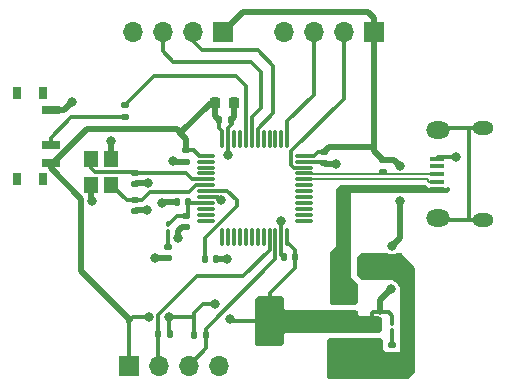
<source format=gbr>
%TF.GenerationSoftware,KiCad,Pcbnew,(6.0.10)*%
%TF.CreationDate,2023-05-01T12:45:21+05:45*%
%TF.ProjectId,arduino,61726475-696e-46f2-9e6b-696361645f70,rev?*%
%TF.SameCoordinates,Original*%
%TF.FileFunction,Copper,L1,Top*%
%TF.FilePolarity,Positive*%
%FSLAX46Y46*%
G04 Gerber Fmt 4.6, Leading zero omitted, Abs format (unit mm)*
G04 Created by KiCad (PCBNEW (6.0.10)) date 2023-05-01 12:45:21*
%MOMM*%
%LPD*%
G01*
G04 APERTURE LIST*
G04 Aperture macros list*
%AMRoundRect*
0 Rectangle with rounded corners*
0 $1 Rounding radius*
0 $2 $3 $4 $5 $6 $7 $8 $9 X,Y pos of 4 corners*
0 Add a 4 corners polygon primitive as box body*
4,1,4,$2,$3,$4,$5,$6,$7,$8,$9,$2,$3,0*
0 Add four circle primitives for the rounded corners*
1,1,$1+$1,$2,$3*
1,1,$1+$1,$4,$5*
1,1,$1+$1,$6,$7*
1,1,$1+$1,$8,$9*
0 Add four rect primitives between the rounded corners*
20,1,$1+$1,$2,$3,$4,$5,0*
20,1,$1+$1,$4,$5,$6,$7,0*
20,1,$1+$1,$6,$7,$8,$9,0*
20,1,$1+$1,$8,$9,$2,$3,0*%
G04 Aperture macros list end*
%TA.AperFunction,SMDPad,CuDef*%
%ADD10RoundRect,0.100000X0.100000X-0.130000X0.100000X0.130000X-0.100000X0.130000X-0.100000X-0.130000X0*%
%TD*%
%TA.AperFunction,SMDPad,CuDef*%
%ADD11R,1.300000X0.450000*%
%TD*%
%TA.AperFunction,ComponentPad*%
%ADD12O,1.800000X1.150000*%
%TD*%
%TA.AperFunction,ComponentPad*%
%ADD13O,2.000000X1.450000*%
%TD*%
%TA.AperFunction,SMDPad,CuDef*%
%ADD14RoundRect,0.135000X0.135000X0.185000X-0.135000X0.185000X-0.135000X-0.185000X0.135000X-0.185000X0*%
%TD*%
%TA.AperFunction,SMDPad,CuDef*%
%ADD15R,1.200000X1.400000*%
%TD*%
%TA.AperFunction,SMDPad,CuDef*%
%ADD16RoundRect,0.140000X-0.170000X0.140000X-0.170000X-0.140000X0.170000X-0.140000X0.170000X0.140000X0*%
%TD*%
%TA.AperFunction,ComponentPad*%
%ADD17R,1.700000X1.700000*%
%TD*%
%TA.AperFunction,ComponentPad*%
%ADD18O,1.700000X1.700000*%
%TD*%
%TA.AperFunction,SMDPad,CuDef*%
%ADD19RoundRect,0.140000X-0.140000X-0.170000X0.140000X-0.170000X0.140000X0.170000X-0.140000X0.170000X0*%
%TD*%
%TA.AperFunction,SMDPad,CuDef*%
%ADD20RoundRect,0.135000X-0.185000X0.135000X-0.185000X-0.135000X0.185000X-0.135000X0.185000X0.135000X0*%
%TD*%
%TA.AperFunction,SMDPad,CuDef*%
%ADD21RoundRect,0.135000X-0.135000X-0.185000X0.135000X-0.185000X0.135000X0.185000X-0.135000X0.185000X0*%
%TD*%
%TA.AperFunction,SMDPad,CuDef*%
%ADD22RoundRect,0.225000X-0.225000X-0.250000X0.225000X-0.250000X0.225000X0.250000X-0.225000X0.250000X0*%
%TD*%
%TA.AperFunction,SMDPad,CuDef*%
%ADD23RoundRect,0.135000X0.185000X-0.135000X0.185000X0.135000X-0.185000X0.135000X-0.185000X-0.135000X0*%
%TD*%
%TA.AperFunction,SMDPad,CuDef*%
%ADD24RoundRect,0.140000X0.140000X0.170000X-0.140000X0.170000X-0.140000X-0.170000X0.140000X-0.170000X0*%
%TD*%
%TA.AperFunction,SMDPad,CuDef*%
%ADD25RoundRect,0.250000X-0.475000X0.250000X-0.475000X-0.250000X0.475000X-0.250000X0.475000X0.250000X0*%
%TD*%
%TA.AperFunction,SMDPad,CuDef*%
%ADD26R,0.800000X1.000000*%
%TD*%
%TA.AperFunction,SMDPad,CuDef*%
%ADD27R,1.500000X0.700000*%
%TD*%
%TA.AperFunction,SMDPad,CuDef*%
%ADD28RoundRect,0.250000X-0.250000X-0.475000X0.250000X-0.475000X0.250000X0.475000X-0.250000X0.475000X0*%
%TD*%
%TA.AperFunction,SMDPad,CuDef*%
%ADD29R,2.000000X1.500000*%
%TD*%
%TA.AperFunction,SMDPad,CuDef*%
%ADD30R,2.000000X3.800000*%
%TD*%
%TA.AperFunction,SMDPad,CuDef*%
%ADD31RoundRect,0.100000X-0.100000X0.130000X-0.100000X-0.130000X0.100000X-0.130000X0.100000X0.130000X0*%
%TD*%
%TA.AperFunction,SMDPad,CuDef*%
%ADD32RoundRect,0.075000X-0.662500X-0.075000X0.662500X-0.075000X0.662500X0.075000X-0.662500X0.075000X0*%
%TD*%
%TA.AperFunction,SMDPad,CuDef*%
%ADD33RoundRect,0.075000X-0.075000X-0.662500X0.075000X-0.662500X0.075000X0.662500X-0.075000X0.662500X0*%
%TD*%
%TA.AperFunction,ViaPad*%
%ADD34C,0.800000*%
%TD*%
%TA.AperFunction,Conductor*%
%ADD35C,0.300000*%
%TD*%
%TA.AperFunction,Conductor*%
%ADD36C,0.500000*%
%TD*%
%TA.AperFunction,Conductor*%
%ADD37C,0.200000*%
%TD*%
G04 APERTURE END LIST*
D10*
%TO.P,D1,1,K*%
%TO.N,/PWR_LED_K*%
X114175000Y-94670000D03*
%TO.P,D1,2,A*%
%TO.N,+3.3V*%
X114175000Y-94000000D03*
%TD*%
D11*
%TO.P,J4,1,VBUS*%
%TO.N,VBUS*%
X118000000Y-82700000D03*
%TO.P,J4,2,D-*%
%TO.N,/USB_D-*%
X118000000Y-82050000D03*
%TO.P,J4,3,D+*%
%TO.N,/USB_D+*%
X118000000Y-81400000D03*
%TO.P,J4,4,ID*%
%TO.N,unconnected-(J4-Pad4)*%
X118000000Y-80750000D03*
%TO.P,J4,5,GND*%
%TO.N,GND*%
X118000000Y-80100000D03*
D12*
%TO.P,J4,6,Shield*%
%TO.N,unconnected-(J4-Pad6)*%
X121850000Y-85275000D03*
D13*
X118050000Y-77675000D03*
D12*
X121850000Y-77525000D03*
D13*
X118050000Y-85125000D03*
%TD*%
D14*
%TO.P,R2,1*%
%TO.N,+3.3V*%
X95400000Y-94975000D03*
%TO.P,R2,2*%
%TO.N,/I2C2_SCL*%
X94380000Y-94975000D03*
%TD*%
D15*
%TO.P,Y1,1,1*%
%TO.N,/HSE_IN*%
X88700000Y-80100000D03*
%TO.P,Y1,2,2*%
%TO.N,GND*%
X88700000Y-82300000D03*
%TO.P,Y1,3,3*%
%TO.N,/HSE_OUT*%
X90400000Y-82300000D03*
%TO.P,Y1,4,4*%
%TO.N,GND*%
X90400000Y-80100000D03*
%TD*%
D16*
%TO.P,C12,1*%
%TO.N,+3.3VA*%
X96750000Y-84930000D03*
%TO.P,C12,2*%
%TO.N,GND*%
X96750000Y-85890000D03*
%TD*%
D17*
%TO.P,J3,1,Pin_1*%
%TO.N,+3.3V*%
X112630000Y-69400000D03*
D18*
%TO.P,J3,2,Pin_2*%
%TO.N,/SWDIO*%
X110090000Y-69400000D03*
%TO.P,J3,3,Pin_3*%
%TO.N,/SWCLK*%
X107550000Y-69400000D03*
%TO.P,J3,4,Pin_4*%
%TO.N,GND*%
X105010000Y-69400000D03*
%TD*%
D16*
%TO.P,C13,1*%
%TO.N,/Ferrite_cap*%
X95200000Y-87540000D03*
%TO.P,C13,2*%
%TO.N,GND*%
X95200000Y-88500000D03*
%TD*%
%TO.P,C6,1*%
%TO.N,+3.3V*%
X96750000Y-79400000D03*
%TO.P,C6,2*%
%TO.N,GND*%
X96750000Y-80360000D03*
%TD*%
D19*
%TO.P,C5,1*%
%TO.N,/NRST*%
X98300000Y-88600000D03*
%TO.P,C5,2*%
%TO.N,GND*%
X99260000Y-88600000D03*
%TD*%
D20*
%TO.P,R5,1*%
%TO.N,+3.3V*%
X113425000Y-80215000D03*
%TO.P,R5,2*%
%TO.N,/USB_D+*%
X113425000Y-81235000D03*
%TD*%
D21*
%TO.P,R3,1*%
%TO.N,+3.3V*%
X97405000Y-94990000D03*
%TO.P,R3,2*%
%TO.N,/I2C2_SDA*%
X98425000Y-94990000D03*
%TD*%
D22*
%TO.P,C4,1*%
%TO.N,+3.3V*%
X99200000Y-75350000D03*
%TO.P,C4,2*%
%TO.N,GND*%
X100750000Y-75350000D03*
%TD*%
D23*
%TO.P,R4,1*%
%TO.N,Net-(R4-Pad1)*%
X91525000Y-76570000D03*
%TO.P,R4,2*%
%TO.N,/BOOT0*%
X91525000Y-75550000D03*
%TD*%
D24*
%TO.P,C10,1*%
%TO.N,+3.3V*%
X105955000Y-88450000D03*
%TO.P,C10,2*%
%TO.N,GND*%
X104995000Y-88450000D03*
%TD*%
D16*
%TO.P,C7,1*%
%TO.N,/HSE_OUT*%
X92400000Y-83590000D03*
%TO.P,C7,2*%
%TO.N,GND*%
X92400000Y-84550000D03*
%TD*%
D25*
%TO.P,C2,1*%
%TO.N,+3.3V*%
X112450000Y-94150000D03*
%TO.P,C2,2*%
%TO.N,GND*%
X112450000Y-96050000D03*
%TD*%
D20*
%TO.P,R1,1*%
%TO.N,/PWR_LED_K*%
X114200000Y-95890000D03*
%TO.P,R1,2*%
%TO.N,GND*%
X114200000Y-96910000D03*
%TD*%
D19*
%TO.P,C8,1*%
%TO.N,+3.3V*%
X99540000Y-76860000D03*
%TO.P,C8,2*%
%TO.N,GND*%
X100500000Y-76860000D03*
%TD*%
D24*
%TO.P,C11,1*%
%TO.N,+3.3VA*%
X96880000Y-83800000D03*
%TO.P,C11,2*%
%TO.N,GND*%
X95920000Y-83800000D03*
%TD*%
D26*
%TO.P,SW1,*%
%TO.N,*%
X84605000Y-74550000D03*
X82395000Y-74550000D03*
X82395000Y-81850000D03*
X84605000Y-81850000D03*
D27*
%TO.P,SW1,1,A*%
%TO.N,GND*%
X85255000Y-75950000D03*
%TO.P,SW1,2,B*%
%TO.N,Net-(R4-Pad1)*%
X85255000Y-78950000D03*
%TO.P,SW1,3,C*%
%TO.N,+3.3V*%
X85255000Y-80450000D03*
%TD*%
D16*
%TO.P,C9,1*%
%TO.N,+3.3V*%
X108400000Y-79520000D03*
%TO.P,C9,2*%
%TO.N,GND*%
X108400000Y-80480000D03*
%TD*%
D18*
%TO.P,J1,4,Pin_4*%
%TO.N,GND*%
X92210000Y-69400000D03*
%TO.P,J1,3,Pin_3*%
%TO.N,/USART1_RX*%
X94750000Y-69400000D03*
%TO.P,J1,2,Pin_2*%
%TO.N,/USART1_TX*%
X97290000Y-69400000D03*
D17*
%TO.P,J1,1,Pin_1*%
%TO.N,+3.3V*%
X99830000Y-69400000D03*
%TD*%
%TO.P,J2,1,Pin_1*%
%TO.N,+3.3V*%
X91870000Y-97620000D03*
D18*
%TO.P,J2,2,Pin_2*%
%TO.N,/I2C2_SCL*%
X94410000Y-97620000D03*
%TO.P,J2,3,Pin_3*%
%TO.N,/I2C2_SDA*%
X96950000Y-97620000D03*
%TO.P,J2,4,Pin_4*%
%TO.N,GND*%
X99490000Y-97620000D03*
%TD*%
D28*
%TO.P,C1,1*%
%TO.N,VBUS*%
X110000000Y-89100000D03*
%TO.P,C1,2*%
%TO.N,GND*%
X111900000Y-89100000D03*
%TD*%
D29*
%TO.P,U1,3,VI*%
%TO.N,VBUS*%
X110100000Y-91550000D03*
%TO.P,U1,2,VO*%
%TO.N,+3.3V*%
X110100000Y-93850000D03*
D30*
X103800000Y-93850000D03*
D29*
%TO.P,U1,1,GND*%
%TO.N,GND*%
X110100000Y-96150000D03*
%TD*%
D16*
%TO.P,C3,1*%
%TO.N,/HSE_IN*%
X92400000Y-81320000D03*
%TO.P,C3,2*%
%TO.N,GND*%
X92400000Y-82280000D03*
%TD*%
D31*
%TO.P,FB1,1*%
%TO.N,+3.3VA*%
X95200000Y-85650000D03*
%TO.P,FB1,2*%
%TO.N,/Ferrite_cap*%
X95200000Y-86320000D03*
%TD*%
D32*
%TO.P,U2,1,VBAT*%
%TO.N,+3.3V*%
X98387500Y-79850000D03*
%TO.P,U2,2,PC13*%
%TO.N,unconnected-(U2-Pad2)*%
X98387500Y-80350000D03*
%TO.P,U2,3,PC14*%
%TO.N,unconnected-(U2-Pad3)*%
X98387500Y-80850000D03*
%TO.P,U2,4,PC15*%
%TO.N,unconnected-(U2-Pad4)*%
X98387500Y-81350000D03*
%TO.P,U2,5,PD0*%
%TO.N,/HSE_IN*%
X98387500Y-81850000D03*
%TO.P,U2,6,PD1*%
%TO.N,/HSE_OUT*%
X98387500Y-82350000D03*
%TO.P,U2,7,NRST*%
%TO.N,/NRST*%
X98387500Y-82850000D03*
%TO.P,U2,8,VSSA*%
%TO.N,GND*%
X98387500Y-83350000D03*
%TO.P,U2,9,VDDA*%
%TO.N,+3.3VA*%
X98387500Y-83850000D03*
%TO.P,U2,10,PA0*%
%TO.N,unconnected-(U2-Pad10)*%
X98387500Y-84350000D03*
%TO.P,U2,11,PA1*%
%TO.N,unconnected-(U2-Pad11)*%
X98387500Y-84850000D03*
%TO.P,U2,12,PA2*%
%TO.N,unconnected-(U2-Pad12)*%
X98387500Y-85350000D03*
D33*
%TO.P,U2,13,PA3*%
%TO.N,unconnected-(U2-Pad13)*%
X99800000Y-86762500D03*
%TO.P,U2,14,PA4*%
%TO.N,unconnected-(U2-Pad14)*%
X100300000Y-86762500D03*
%TO.P,U2,15,PA5*%
%TO.N,unconnected-(U2-Pad15)*%
X100800000Y-86762500D03*
%TO.P,U2,16,PA6*%
%TO.N,unconnected-(U2-Pad16)*%
X101300000Y-86762500D03*
%TO.P,U2,17,PA7*%
%TO.N,unconnected-(U2-Pad17)*%
X101800000Y-86762500D03*
%TO.P,U2,18,PB0*%
%TO.N,unconnected-(U2-Pad18)*%
X102300000Y-86762500D03*
%TO.P,U2,19,PB1*%
%TO.N,unconnected-(U2-Pad19)*%
X102800000Y-86762500D03*
%TO.P,U2,20,PB2*%
%TO.N,unconnected-(U2-Pad20)*%
X103300000Y-86762500D03*
%TO.P,U2,21,PB10*%
%TO.N,/I2C2_SCL*%
X103800000Y-86762500D03*
%TO.P,U2,22,PB11*%
%TO.N,/I2C2_SDA*%
X104300000Y-86762500D03*
%TO.P,U2,23,VSS*%
%TO.N,GND*%
X104800000Y-86762500D03*
%TO.P,U2,24,VDD*%
%TO.N,+3.3V*%
X105300000Y-86762500D03*
D32*
%TO.P,U2,25,PB12*%
%TO.N,unconnected-(U2-Pad25)*%
X106712500Y-85350000D03*
%TO.P,U2,26,PB13*%
%TO.N,unconnected-(U2-Pad26)*%
X106712500Y-84850000D03*
%TO.P,U2,27,PB14*%
%TO.N,unconnected-(U2-Pad27)*%
X106712500Y-84350000D03*
%TO.P,U2,28,PB15*%
%TO.N,unconnected-(U2-Pad28)*%
X106712500Y-83850000D03*
%TO.P,U2,29,PA8*%
%TO.N,unconnected-(U2-Pad29)*%
X106712500Y-83350000D03*
%TO.P,U2,30,PA9*%
%TO.N,unconnected-(U2-Pad30)*%
X106712500Y-82850000D03*
%TO.P,U2,31,PA10*%
%TO.N,unconnected-(U2-Pad31)*%
X106712500Y-82350000D03*
%TO.P,U2,32,PA11*%
%TO.N,/USB_D-*%
X106712500Y-81850000D03*
%TO.P,U2,33,PA12*%
%TO.N,/USB_D+*%
X106712500Y-81350000D03*
%TO.P,U2,34,PA13*%
%TO.N,/SWDIO*%
X106712500Y-80850000D03*
%TO.P,U2,35,VSS*%
%TO.N,GND*%
X106712500Y-80350000D03*
%TO.P,U2,36,VDD*%
%TO.N,+3.3V*%
X106712500Y-79850000D03*
D33*
%TO.P,U2,37,PA14*%
%TO.N,/SWCLK*%
X105300000Y-78437500D03*
%TO.P,U2,38,PA15*%
%TO.N,unconnected-(U2-Pad38)*%
X104800000Y-78437500D03*
%TO.P,U2,39,PB3*%
%TO.N,unconnected-(U2-Pad39)*%
X104300000Y-78437500D03*
%TO.P,U2,40,PB4*%
%TO.N,unconnected-(U2-Pad40)*%
X103800000Y-78437500D03*
%TO.P,U2,41,PB5*%
%TO.N,unconnected-(U2-Pad41)*%
X103300000Y-78437500D03*
%TO.P,U2,42,PB6*%
%TO.N,/USART1_TX*%
X102800000Y-78437500D03*
%TO.P,U2,43,PB7*%
%TO.N,/USART1_RX*%
X102300000Y-78437500D03*
%TO.P,U2,44,BOOT0*%
%TO.N,/BOOT0*%
X101800000Y-78437500D03*
%TO.P,U2,45,PB8*%
%TO.N,unconnected-(U2-Pad45)*%
X101300000Y-78437500D03*
%TO.P,U2,46,PB9*%
%TO.N,unconnected-(U2-Pad46)*%
X100800000Y-78437500D03*
%TO.P,U2,47,VSS*%
%TO.N,GND*%
X100300000Y-78437500D03*
%TO.P,U2,48,VDD*%
%TO.N,+3.3V*%
X99800000Y-78437500D03*
%TD*%
D34*
%TO.N,GND*%
X93500000Y-82125000D03*
X93400000Y-84475000D03*
X94725000Y-83825000D03*
%TO.N,+3.3V*%
X114075000Y-91150000D03*
X114175000Y-87500000D03*
X114825000Y-83700000D03*
X114800000Y-80700500D03*
X93625000Y-93500000D03*
X95242477Y-93517477D03*
X99200000Y-92400000D03*
X100425000Y-93675000D03*
%TO.N,GND*%
X113050000Y-97300000D03*
X111875000Y-97325000D03*
X110700000Y-97975000D03*
X109400000Y-97975000D03*
X114200000Y-97900000D03*
X113225000Y-88700000D03*
X113225000Y-89775000D03*
X95625000Y-80325000D03*
X90400000Y-78625000D03*
X104800000Y-85350000D03*
X94100000Y-88500000D03*
X100300000Y-79825000D03*
X119550000Y-80000000D03*
X88725000Y-83675000D03*
X100200000Y-88600000D03*
X96025000Y-86825000D03*
X87050000Y-75275000D03*
X109400000Y-80550000D03*
X99704362Y-83611409D03*
%TD*%
D35*
%TO.N,unconnected-(J4-Pad6)*%
X120725000Y-85175000D02*
X120825000Y-85275000D01*
X121850000Y-85275000D02*
X120825000Y-85275000D01*
X120725000Y-77525000D02*
X118200000Y-77525000D01*
X120725000Y-77525000D02*
X120725000Y-85175000D01*
X121850000Y-77525000D02*
X120725000Y-77525000D01*
X120825000Y-85275000D02*
X118200000Y-85275000D01*
X118200000Y-85275000D02*
X118050000Y-85125000D01*
X118200000Y-77525000D02*
X118050000Y-77675000D01*
%TO.N,/PWR_LED_K*%
X114175000Y-95865000D02*
X114200000Y-95890000D01*
X114175000Y-94670000D02*
X114175000Y-95865000D01*
%TO.N,+3.3V*%
X113875000Y-93125000D02*
X113125000Y-93125000D01*
X114175000Y-93425000D02*
X113875000Y-93125000D01*
X114175000Y-94030000D02*
X114175000Y-93425000D01*
D36*
X113125000Y-92100000D02*
X113125000Y-93125000D01*
X114075000Y-91150000D02*
X113125000Y-92100000D01*
D35*
X112525000Y-93125000D02*
X113125000Y-93125000D01*
X112450000Y-93200000D02*
X112525000Y-93125000D01*
X112450000Y-94150000D02*
X112450000Y-93200000D01*
X100600000Y-93850000D02*
X103800000Y-93850000D01*
X100425000Y-93675000D02*
X100600000Y-93850000D01*
X97400000Y-93200000D02*
X97400000Y-93525000D01*
X99200000Y-92400000D02*
X98200000Y-92400000D01*
X98200000Y-92400000D02*
X97400000Y-93200000D01*
%TO.N,/I2C2_SDA*%
X104300000Y-88635661D02*
X98425000Y-94510661D01*
X104300000Y-86762500D02*
X104300000Y-88635661D01*
X98425000Y-94510661D02*
X98425000Y-94990000D01*
X98425000Y-94990000D02*
X98425000Y-96145000D01*
X98425000Y-96145000D02*
X96950000Y-97620000D01*
D36*
%TO.N,GND*%
X92555000Y-82125000D02*
X92400000Y-82280000D01*
X93500000Y-82125000D02*
X92555000Y-82125000D01*
%TO.N,+3.3V*%
X114825000Y-86850000D02*
X114175000Y-87500000D01*
X114825000Y-83700000D02*
X114825000Y-86850000D01*
D35*
%TO.N,GND*%
X118100000Y-80000000D02*
X119550000Y-80000000D01*
X118000000Y-80100000D02*
X118100000Y-80000000D01*
D37*
%TO.N,/USB_D+*%
X106762499Y-81399999D02*
X118000000Y-81400000D01*
X106712500Y-81350000D02*
X106762499Y-81399999D01*
%TO.N,/USB_D-*%
X117324999Y-82050000D02*
X118000000Y-82050000D01*
X117124999Y-81850000D02*
X117324999Y-82050000D01*
X106712500Y-81850000D02*
X117124999Y-81850000D01*
D36*
%TO.N,GND*%
X94725000Y-83825000D02*
X94750000Y-83800000D01*
X94750000Y-83800000D02*
X95920000Y-83800000D01*
X92475000Y-84475000D02*
X92400000Y-84550000D01*
X93400000Y-84475000D02*
X92475000Y-84475000D01*
%TO.N,+3.3V*%
X108840000Y-79080000D02*
X108400000Y-79520000D01*
X112630000Y-79080000D02*
X108840000Y-79080000D01*
X112630000Y-79080000D02*
X112630000Y-79420000D01*
X112630000Y-69400000D02*
X112630000Y-79080000D01*
D35*
X105955000Y-89345000D02*
X105955000Y-88450000D01*
X103800000Y-93850000D02*
X103800000Y-91500000D01*
X103800000Y-91500000D02*
X105955000Y-89345000D01*
D36*
X87875000Y-89600000D02*
X92012500Y-93737500D01*
X87875000Y-83520000D02*
X87875000Y-89600000D01*
X85255000Y-80900000D02*
X87875000Y-83520000D01*
X85255000Y-80450000D02*
X85255000Y-80900000D01*
X99200000Y-75350000D02*
X98825000Y-75350000D01*
X98825000Y-75350000D02*
X96250000Y-77925000D01*
X96250000Y-77925000D02*
X96750000Y-78425000D01*
X95925000Y-77600000D02*
X96250000Y-77925000D01*
X88350000Y-77600000D02*
X95925000Y-77600000D01*
X96750000Y-78425000D02*
X96750000Y-79400000D01*
X85255000Y-80450000D02*
X85500000Y-80450000D01*
X85500000Y-80450000D02*
X88350000Y-77600000D01*
X112150000Y-67675000D02*
X101555000Y-67675000D01*
X112630000Y-68155000D02*
X112150000Y-67675000D01*
X101555000Y-67675000D02*
X99830000Y-69400000D01*
X112630000Y-69400000D02*
X112630000Y-68155000D01*
X112630000Y-79420000D02*
X113425000Y-80215000D01*
X114314500Y-80215000D02*
X114800000Y-80700500D01*
X113425000Y-80215000D02*
X114314500Y-80215000D01*
D35*
X91850000Y-93900000D02*
X91870000Y-93920000D01*
X91870000Y-93920000D02*
X91870000Y-97620000D01*
X92250000Y-93500000D02*
X91850000Y-93900000D01*
X93625000Y-93500000D02*
X92250000Y-93500000D01*
X95242477Y-94817477D02*
X95400000Y-94975000D01*
X95242477Y-93517477D02*
X95242477Y-94817477D01*
X95250000Y-93525000D02*
X95242477Y-93517477D01*
X97400000Y-93525000D02*
X95250000Y-93525000D01*
X97400000Y-93525000D02*
X97400000Y-94985000D01*
X97400000Y-94985000D02*
X97405000Y-94990000D01*
D36*
%TO.N,GND*%
X88700000Y-82300000D02*
X88700000Y-83650000D01*
X85255000Y-75950000D02*
X86375000Y-75950000D01*
D35*
X100300000Y-77500000D02*
X100600000Y-77200000D01*
D36*
X96410000Y-85890000D02*
X96050000Y-86250000D01*
X95660000Y-80360000D02*
X95625000Y-80325000D01*
X109400000Y-80550000D02*
X108470000Y-80550000D01*
X108470000Y-80550000D02*
X108400000Y-80480000D01*
X88700000Y-83650000D02*
X88725000Y-83675000D01*
X100750000Y-76610000D02*
X100500000Y-76860000D01*
X96050000Y-86250000D02*
X96025000Y-86275000D01*
D35*
X104800000Y-86762500D02*
X104800000Y-88255000D01*
X98387500Y-83350000D02*
X99442953Y-83350000D01*
D36*
X99260000Y-88600000D02*
X100200000Y-88600000D01*
D35*
X106712500Y-80350000D02*
X108270000Y-80350000D01*
X100600000Y-77200000D02*
X100600000Y-76960000D01*
X104800000Y-88255000D02*
X104995000Y-88450000D01*
X100300000Y-78437500D02*
X100300000Y-77500000D01*
D36*
X86375000Y-75950000D02*
X87050000Y-75275000D01*
D35*
X99442953Y-83350000D02*
X99704362Y-83611409D01*
D36*
X100750000Y-75350000D02*
X100750000Y-76610000D01*
D35*
X100300000Y-78437500D02*
X100300000Y-79825000D01*
D36*
X90400000Y-80100000D02*
X90400000Y-78625000D01*
X95200000Y-88500000D02*
X94100000Y-88500000D01*
D35*
X108270000Y-80350000D02*
X108400000Y-80480000D01*
X100600000Y-76960000D02*
X100500000Y-76860000D01*
D36*
X96025000Y-86275000D02*
X96025000Y-86825000D01*
X96750000Y-85890000D02*
X96410000Y-85890000D01*
D35*
X104800000Y-86762500D02*
X104800000Y-85350000D01*
D36*
X96750000Y-80360000D02*
X95660000Y-80360000D01*
D35*
%TO.N,+3.3V*%
X105300000Y-87175000D02*
X105955000Y-87830000D01*
X107550000Y-79850000D02*
X107880000Y-79520000D01*
X97400000Y-79400000D02*
X96750000Y-79400000D01*
X107880000Y-79520000D02*
X108400000Y-79520000D01*
D36*
X99200000Y-75350000D02*
X99200000Y-76520000D01*
D35*
X99540000Y-77540000D02*
X99540000Y-76860000D01*
X99800000Y-78437500D02*
X99800000Y-77800000D01*
X98387500Y-79850000D02*
X97850000Y-79850000D01*
D36*
X99200000Y-76520000D02*
X99540000Y-76860000D01*
D35*
X97850000Y-79850000D02*
X97400000Y-79400000D01*
X99800000Y-77800000D02*
X99540000Y-77540000D01*
X105955000Y-87830000D02*
X105955000Y-88450000D01*
X105300000Y-86762500D02*
X105300000Y-87175000D01*
X106712500Y-79850000D02*
X107550000Y-79850000D01*
%TO.N,/HSE_IN*%
X92400000Y-81320000D02*
X92330000Y-81250000D01*
X89050000Y-81250000D02*
X88700000Y-80900000D01*
X96720000Y-81320000D02*
X92400000Y-81320000D01*
X97250000Y-81850000D02*
X96720000Y-81320000D01*
X98387500Y-81850000D02*
X97250000Y-81850000D01*
X92330000Y-81250000D02*
X89050000Y-81250000D01*
X88700000Y-80900000D02*
X88700000Y-80100000D01*
%TO.N,/NRST*%
X98300000Y-86776041D02*
X98300000Y-88600000D01*
X101000000Y-84076041D02*
X98300000Y-86776041D01*
X98387500Y-82850000D02*
X100225000Y-82850000D01*
X101000000Y-83625000D02*
X101000000Y-84076041D01*
X100225000Y-82850000D02*
X101000000Y-83625000D01*
%TO.N,/HSE_OUT*%
X93660000Y-82940000D02*
X93000000Y-83600000D01*
X92410000Y-83600000D02*
X92400000Y-83590000D01*
X93000000Y-83600000D02*
X92410000Y-83600000D01*
X91690000Y-83590000D02*
X90400000Y-82300000D01*
X92400000Y-83590000D02*
X91690000Y-83590000D01*
X96958959Y-82940000D02*
X93660000Y-82940000D01*
X97548959Y-82350000D02*
X96958959Y-82940000D01*
X98387500Y-82350000D02*
X97548959Y-82350000D01*
%TO.N,+3.3VA*%
X95950000Y-84930000D02*
X95200000Y-85680000D01*
X96750000Y-84930000D02*
X95950000Y-84930000D01*
X96930000Y-83850000D02*
X96880000Y-83800000D01*
X98387500Y-83850000D02*
X96930000Y-83850000D01*
X96880000Y-83800000D02*
X96880000Y-84800000D01*
X96880000Y-84800000D02*
X96750000Y-84930000D01*
%TO.N,/USART1_TX*%
X104125000Y-76225000D02*
X104125000Y-72225000D01*
X104125000Y-72225000D02*
X102800000Y-70900000D01*
X98075000Y-70900000D02*
X97290000Y-70115000D01*
X97290000Y-70115000D02*
X97290000Y-69400000D01*
X102800000Y-77550000D02*
X104125000Y-76225000D01*
X102800000Y-70900000D02*
X98075000Y-70900000D01*
X102800000Y-78437500D02*
X102800000Y-77550000D01*
%TO.N,/USART1_RX*%
X103075000Y-72800000D02*
X102200000Y-71925000D01*
X102300000Y-76600000D02*
X103075000Y-75825000D01*
X102300000Y-78437500D02*
X102300000Y-76600000D01*
X95650000Y-71925000D02*
X94750000Y-71025000D01*
X102200000Y-71925000D02*
X95650000Y-71925000D01*
X103075000Y-75825000D02*
X103075000Y-72800000D01*
X94750000Y-71025000D02*
X94750000Y-69400000D01*
%TO.N,/I2C2_SCL*%
X103800000Y-87825000D02*
X101550000Y-90075000D01*
X103800000Y-86762500D02*
X103800000Y-87825000D01*
X94380000Y-97590000D02*
X94410000Y-97620000D01*
X94375000Y-94970000D02*
X94380000Y-94975000D01*
X94380000Y-94975000D02*
X94380000Y-97590000D01*
X101550000Y-90075000D02*
X97625000Y-90075000D01*
X97625000Y-90075000D02*
X94375000Y-93325000D01*
X94375000Y-93325000D02*
X94375000Y-94970000D01*
%TO.N,/SWDIO*%
X105625000Y-80601041D02*
X105625000Y-79475000D01*
X105873959Y-80850000D02*
X105625000Y-80601041D01*
X105625000Y-79475000D02*
X110090000Y-75010000D01*
X110090000Y-75010000D02*
X110090000Y-69400000D01*
X106712500Y-80850000D02*
X105873959Y-80850000D01*
%TO.N,/SWCLK*%
X107550000Y-74700000D02*
X107550000Y-69400000D01*
X105300000Y-78437500D02*
X105300000Y-76950000D01*
X105300000Y-76950000D02*
X107550000Y-74700000D01*
%TO.N,Net-(R4-Pad1)*%
X91525000Y-76570000D02*
X87005000Y-76570000D01*
X85255000Y-78320000D02*
X85255000Y-78950000D01*
X87005000Y-76570000D02*
X85255000Y-78320000D01*
%TO.N,/BOOT0*%
X93975000Y-73100000D02*
X91525000Y-75550000D01*
X100975000Y-73100000D02*
X93975000Y-73100000D01*
X101800000Y-78437500D02*
X101800000Y-73925000D01*
X101800000Y-73925000D02*
X100975000Y-73100000D01*
%TO.N,/Ferrite_cap*%
X95200000Y-86320000D02*
X95200000Y-87540000D01*
%TD*%
%TA.AperFunction,Conductor*%
%TO.N,GND*%
G36*
X113764845Y-88091050D02*
G01*
X113823110Y-88106072D01*
X113915235Y-88156092D01*
X114024600Y-88184783D01*
X114072005Y-88197220D01*
X114072007Y-88197220D01*
X114079233Y-88199116D01*
X114162178Y-88200419D01*
X114241290Y-88201662D01*
X114241293Y-88201662D01*
X114248760Y-88201779D01*
X114371209Y-88173735D01*
X114406738Y-88165598D01*
X114406739Y-88165598D01*
X114414029Y-88163928D01*
X114420708Y-88160569D01*
X114420713Y-88160567D01*
X114520940Y-88110158D01*
X114577554Y-88096939D01*
X114945990Y-88099609D01*
X115012885Y-88119779D01*
X115036498Y-88139816D01*
X116067407Y-89264444D01*
X116098197Y-89327164D01*
X116100000Y-89348234D01*
X116100000Y-98081503D01*
X116080315Y-98148542D01*
X116072828Y-98158965D01*
X115637230Y-98703462D01*
X115579979Y-98743514D01*
X115540402Y-98750000D01*
X108822092Y-98750000D01*
X108755053Y-98730315D01*
X108709298Y-98677511D01*
X108698107Y-98627922D01*
X108650863Y-95580690D01*
X108669506Y-95513356D01*
X108691056Y-95487365D01*
X108914444Y-95282593D01*
X108977164Y-95251803D01*
X108998234Y-95250000D01*
X113063891Y-95250000D01*
X113130464Y-95269386D01*
X113317573Y-95388456D01*
X113363563Y-95441055D01*
X113375000Y-95493070D01*
X113375000Y-96275000D01*
X113625000Y-96500000D01*
X114800000Y-96500000D01*
X114800000Y-96178836D01*
X114807005Y-96137750D01*
X114815114Y-96114659D01*
X114815116Y-96114652D01*
X114817618Y-96107526D01*
X114820500Y-96077038D01*
X114820500Y-95702962D01*
X114817618Y-95672474D01*
X114815116Y-95665348D01*
X114815114Y-95665341D01*
X114807005Y-95642250D01*
X114800000Y-95601164D01*
X114800000Y-90975000D01*
X114792143Y-90966072D01*
X114792143Y-90966071D01*
X114740880Y-90907818D01*
X114717974Y-90869731D01*
X114702989Y-90830073D01*
X114702987Y-90830070D01*
X114700345Y-90823077D01*
X114636150Y-90729673D01*
X114608549Y-90689513D01*
X114608546Y-90689510D01*
X114604312Y-90683349D01*
X114477721Y-90570560D01*
X114471113Y-90567062D01*
X114471107Y-90567057D01*
X114434819Y-90547843D01*
X114399755Y-90520175D01*
X114317626Y-90426848D01*
X114250000Y-90350000D01*
X111626362Y-90350000D01*
X111559323Y-90330315D01*
X111538681Y-90313681D01*
X111211319Y-89986319D01*
X111177834Y-89924996D01*
X111175000Y-89898638D01*
X111175000Y-88546885D01*
X111194685Y-88479846D01*
X111206020Y-88464844D01*
X111442159Y-88197220D01*
X111512619Y-88117365D01*
X111571734Y-88080120D01*
X111606495Y-88075409D01*
X113764845Y-88091050D01*
G37*
%TD.AperFunction*%
%TD*%
%TA.AperFunction,Conductor*%
%TO.N,VBUS*%
G36*
X117031872Y-82349815D02*
G01*
X117078439Y-82403976D01*
X117098061Y-82448153D01*
X117177287Y-82527241D01*
X117187758Y-82531870D01*
X117187759Y-82531871D01*
X117271147Y-82568737D01*
X117271149Y-82568738D01*
X117279673Y-82572506D01*
X117305354Y-82575500D01*
X118694646Y-82575500D01*
X118698300Y-82575065D01*
X118698302Y-82575065D01*
X118703266Y-82574474D01*
X118720846Y-82572382D01*
X118823153Y-82526939D01*
X118838242Y-82511823D01*
X118899538Y-82478286D01*
X118969234Y-82483210D01*
X119025203Y-82525033D01*
X119049676Y-82590476D01*
X119050000Y-82599429D01*
X119050000Y-82798638D01*
X119030315Y-82865677D01*
X119013681Y-82886319D01*
X118936475Y-82963525D01*
X118875152Y-82997010D01*
X118848417Y-82999843D01*
X110692829Y-82975054D01*
X110692828Y-82975054D01*
X110675000Y-82975000D01*
X110675000Y-88175000D01*
X110700000Y-90175000D01*
X111199541Y-90609384D01*
X111232366Y-90637927D01*
X111270038Y-90696771D01*
X111275000Y-90731498D01*
X111275000Y-92227855D01*
X111255315Y-92294894D01*
X111243679Y-92310236D01*
X111111995Y-92458381D01*
X111052744Y-92495409D01*
X111019316Y-92500000D01*
X109189088Y-92500000D01*
X109117979Y-92477585D01*
X108952891Y-92362024D01*
X108909258Y-92307453D01*
X108900000Y-92260439D01*
X108900000Y-88078235D01*
X108919685Y-88011196D01*
X108938595Y-87988335D01*
X109387075Y-87562279D01*
X109387075Y-87562278D01*
X109400000Y-87550000D01*
X109400000Y-82745871D01*
X109419685Y-82678832D01*
X109429852Y-82665173D01*
X109663016Y-82393148D01*
X109721590Y-82355058D01*
X109756828Y-82349846D01*
X109908574Y-82349435D01*
X116964780Y-82330312D01*
X117031872Y-82349815D01*
G37*
%TD.AperFunction*%
%TD*%
%TA.AperFunction,Conductor*%
%TO.N,+3.3V*%
G36*
X104860771Y-91769685D02*
G01*
X104887052Y-91792345D01*
X104994320Y-91914937D01*
X105023651Y-91978352D01*
X105025000Y-91996592D01*
X105025000Y-92750000D01*
X105175000Y-92950000D01*
X111089437Y-92950000D01*
X111155157Y-92968848D01*
X111266720Y-93038575D01*
X111313136Y-93090799D01*
X111325000Y-93143727D01*
X111325000Y-93300000D01*
X111525000Y-93450000D01*
X113060912Y-93450000D01*
X113132021Y-93472415D01*
X113297109Y-93587976D01*
X113340742Y-93642547D01*
X113350000Y-93689561D01*
X113350000Y-94548638D01*
X113330315Y-94615677D01*
X113313681Y-94636319D01*
X113136480Y-94813520D01*
X113075157Y-94847005D01*
X113048410Y-94849838D01*
X107392384Y-94832108D01*
X105125000Y-94825000D01*
X105000000Y-95000000D01*
X105000000Y-95677855D01*
X104980315Y-95744894D01*
X104968679Y-95760236D01*
X104836995Y-95908381D01*
X104777744Y-95945409D01*
X104744316Y-95950000D01*
X102817546Y-95950000D01*
X102750507Y-95930315D01*
X102741417Y-95923880D01*
X102598273Y-95812546D01*
X102557441Y-95755849D01*
X102550405Y-95713845D01*
X102574688Y-92047112D01*
X102594816Y-91980204D01*
X102606517Y-91964981D01*
X102763057Y-91791048D01*
X102822535Y-91754387D01*
X102855225Y-91750000D01*
X104793732Y-91750000D01*
X104860771Y-91769685D01*
G37*
%TD.AperFunction*%
%TD*%
M02*

</source>
